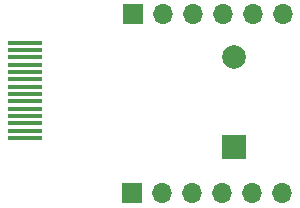
<source format=gts>
%TF.GenerationSoftware,KiCad,Pcbnew,(6.0.7)*%
%TF.CreationDate,2022-08-25T13:01:18+08:00*%
%TF.ProjectId,T12_SolderingStationScreen,5431325f-536f-46c6-9465-72696e675374,rev?*%
%TF.SameCoordinates,Original*%
%TF.FileFunction,Soldermask,Top*%
%TF.FilePolarity,Negative*%
%FSLAX45Y45*%
G04 Gerber Fmt 4.5, Leading zero omitted, Abs format (unit mm)*
G04 Created by KiCad (PCBNEW (6.0.7)) date 2022-08-25 13:01:18*
%MOMM*%
%LPD*%
G01*
G04 APERTURE LIST*
%ADD10R,3.000000X0.350000*%
%ADD11R,1.700000X1.700000*%
%ADD12O,1.700000X1.700000*%
%ADD13R,2.000000X2.000000*%
%ADD14C,2.000000*%
G04 APERTURE END LIST*
D10*
%TO.C,U3*%
X10289800Y-11926310D03*
X10289800Y-11988310D03*
X10289800Y-12050310D03*
X10289800Y-12112310D03*
X10289800Y-12174310D03*
X10289800Y-12236310D03*
X10289800Y-12298310D03*
X10289800Y-12360310D03*
X10289800Y-12422310D03*
X10289800Y-12484310D03*
X10289800Y-12546310D03*
X10289800Y-12608310D03*
X10289800Y-12670310D03*
X10289800Y-12732310D03*
%TD*%
D11*
%TO.C,J2*%
X11201360Y-11686460D03*
D12*
X11455360Y-11686460D03*
X11709360Y-11686460D03*
X11963360Y-11686460D03*
X12217360Y-11686460D03*
X12471360Y-11686460D03*
%TD*%
D13*
%TO.C,BZ1*%
X12062460Y-12805680D03*
D14*
X12062460Y-12045680D03*
%TD*%
D11*
%TO.C,J1*%
X11198820Y-13197800D03*
D12*
X11452820Y-13197800D03*
X11706820Y-13197800D03*
X11960820Y-13197800D03*
X12214820Y-13197800D03*
X12468820Y-13197800D03*
%TD*%
M02*

</source>
